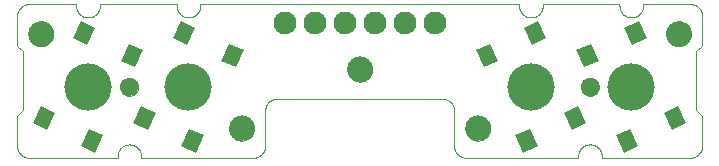
<source format=gts>
G75*
%MOIN*%
%OFA0B0*%
%FSLAX25Y25*%
%IPPOS*%
%LPD*%
%AMOC8*
5,1,8,0,0,1.08239X$1,22.5*
%
%ADD10C,0.00000*%
%ADD11C,0.08468*%
%ADD12C,0.06106*%
%ADD13C,0.07600*%
%ADD14C,0.15748*%
%ADD15R,0.05318X0.06302*%
D10*
X0007206Y0003269D02*
X0036733Y0003269D01*
X0036733Y0003761D01*
X0040670Y0007698D02*
X0040794Y0007696D01*
X0040917Y0007690D01*
X0041041Y0007681D01*
X0041163Y0007667D01*
X0041286Y0007650D01*
X0041408Y0007628D01*
X0041529Y0007603D01*
X0041649Y0007574D01*
X0041768Y0007542D01*
X0041887Y0007505D01*
X0042004Y0007465D01*
X0042119Y0007422D01*
X0042234Y0007374D01*
X0042346Y0007323D01*
X0042457Y0007269D01*
X0042567Y0007211D01*
X0042674Y0007150D01*
X0042780Y0007085D01*
X0042883Y0007017D01*
X0042984Y0006946D01*
X0043083Y0006872D01*
X0043180Y0006795D01*
X0043274Y0006714D01*
X0043365Y0006631D01*
X0043454Y0006545D01*
X0043540Y0006456D01*
X0043623Y0006365D01*
X0043704Y0006271D01*
X0043781Y0006174D01*
X0043855Y0006075D01*
X0043926Y0005974D01*
X0043994Y0005871D01*
X0044059Y0005765D01*
X0044120Y0005658D01*
X0044178Y0005548D01*
X0044232Y0005437D01*
X0044283Y0005325D01*
X0044331Y0005210D01*
X0044374Y0005095D01*
X0044414Y0004978D01*
X0044451Y0004859D01*
X0044483Y0004740D01*
X0044512Y0004620D01*
X0044537Y0004499D01*
X0044559Y0004377D01*
X0044576Y0004254D01*
X0044590Y0004132D01*
X0044599Y0004008D01*
X0044605Y0003885D01*
X0044607Y0003761D01*
X0044607Y0003269D01*
X0082009Y0003269D01*
X0082133Y0003271D01*
X0082256Y0003277D01*
X0082380Y0003286D01*
X0082502Y0003300D01*
X0082625Y0003317D01*
X0082747Y0003339D01*
X0082868Y0003364D01*
X0082988Y0003393D01*
X0083107Y0003425D01*
X0083226Y0003462D01*
X0083343Y0003502D01*
X0083458Y0003545D01*
X0083573Y0003593D01*
X0083685Y0003644D01*
X0083796Y0003698D01*
X0083906Y0003756D01*
X0084013Y0003817D01*
X0084119Y0003882D01*
X0084222Y0003950D01*
X0084323Y0004021D01*
X0084422Y0004095D01*
X0084519Y0004172D01*
X0084613Y0004253D01*
X0084704Y0004336D01*
X0084793Y0004422D01*
X0084879Y0004511D01*
X0084962Y0004602D01*
X0085043Y0004696D01*
X0085120Y0004793D01*
X0085194Y0004892D01*
X0085265Y0004993D01*
X0085333Y0005096D01*
X0085398Y0005202D01*
X0085459Y0005309D01*
X0085517Y0005419D01*
X0085571Y0005530D01*
X0085622Y0005642D01*
X0085670Y0005757D01*
X0085713Y0005872D01*
X0085753Y0005989D01*
X0085790Y0006108D01*
X0085822Y0006227D01*
X0085851Y0006347D01*
X0085876Y0006468D01*
X0085898Y0006590D01*
X0085915Y0006713D01*
X0085929Y0006835D01*
X0085938Y0006959D01*
X0085944Y0007082D01*
X0085946Y0007206D01*
X0085946Y0019017D01*
X0085948Y0019141D01*
X0085954Y0019264D01*
X0085963Y0019388D01*
X0085977Y0019510D01*
X0085994Y0019633D01*
X0086016Y0019755D01*
X0086041Y0019876D01*
X0086070Y0019996D01*
X0086102Y0020115D01*
X0086139Y0020234D01*
X0086179Y0020351D01*
X0086222Y0020466D01*
X0086270Y0020581D01*
X0086321Y0020693D01*
X0086375Y0020804D01*
X0086433Y0020914D01*
X0086494Y0021021D01*
X0086559Y0021127D01*
X0086627Y0021230D01*
X0086698Y0021331D01*
X0086772Y0021430D01*
X0086849Y0021527D01*
X0086930Y0021621D01*
X0087013Y0021712D01*
X0087099Y0021801D01*
X0087188Y0021887D01*
X0087279Y0021970D01*
X0087373Y0022051D01*
X0087470Y0022128D01*
X0087569Y0022202D01*
X0087670Y0022273D01*
X0087773Y0022341D01*
X0087879Y0022406D01*
X0087986Y0022467D01*
X0088096Y0022525D01*
X0088207Y0022579D01*
X0088319Y0022630D01*
X0088434Y0022678D01*
X0088549Y0022721D01*
X0088666Y0022761D01*
X0088785Y0022798D01*
X0088904Y0022830D01*
X0089024Y0022859D01*
X0089145Y0022884D01*
X0089267Y0022906D01*
X0089390Y0022923D01*
X0089512Y0022937D01*
X0089636Y0022946D01*
X0089759Y0022952D01*
X0089883Y0022954D01*
X0145001Y0022954D01*
X0145125Y0022952D01*
X0145248Y0022946D01*
X0145372Y0022937D01*
X0145494Y0022923D01*
X0145617Y0022906D01*
X0145739Y0022884D01*
X0145860Y0022859D01*
X0145980Y0022830D01*
X0146099Y0022798D01*
X0146218Y0022761D01*
X0146335Y0022721D01*
X0146450Y0022678D01*
X0146565Y0022630D01*
X0146677Y0022579D01*
X0146788Y0022525D01*
X0146898Y0022467D01*
X0147005Y0022406D01*
X0147111Y0022341D01*
X0147214Y0022273D01*
X0147315Y0022202D01*
X0147414Y0022128D01*
X0147511Y0022051D01*
X0147605Y0021970D01*
X0147696Y0021887D01*
X0147785Y0021801D01*
X0147871Y0021712D01*
X0147954Y0021621D01*
X0148035Y0021527D01*
X0148112Y0021430D01*
X0148186Y0021331D01*
X0148257Y0021230D01*
X0148325Y0021127D01*
X0148390Y0021021D01*
X0148451Y0020914D01*
X0148509Y0020804D01*
X0148563Y0020693D01*
X0148614Y0020581D01*
X0148662Y0020466D01*
X0148705Y0020351D01*
X0148745Y0020234D01*
X0148782Y0020115D01*
X0148814Y0019996D01*
X0148843Y0019876D01*
X0148868Y0019755D01*
X0148890Y0019633D01*
X0148907Y0019510D01*
X0148921Y0019388D01*
X0148930Y0019264D01*
X0148936Y0019141D01*
X0148938Y0019017D01*
X0148938Y0007206D01*
X0148940Y0007082D01*
X0148946Y0006959D01*
X0148955Y0006835D01*
X0148969Y0006713D01*
X0148986Y0006590D01*
X0149008Y0006468D01*
X0149033Y0006347D01*
X0149062Y0006227D01*
X0149094Y0006108D01*
X0149131Y0005989D01*
X0149171Y0005872D01*
X0149214Y0005757D01*
X0149262Y0005642D01*
X0149313Y0005530D01*
X0149367Y0005419D01*
X0149425Y0005309D01*
X0149486Y0005202D01*
X0149551Y0005096D01*
X0149619Y0004993D01*
X0149690Y0004892D01*
X0149764Y0004793D01*
X0149841Y0004696D01*
X0149922Y0004602D01*
X0150005Y0004511D01*
X0150091Y0004422D01*
X0150180Y0004336D01*
X0150271Y0004253D01*
X0150365Y0004172D01*
X0150462Y0004095D01*
X0150561Y0004021D01*
X0150662Y0003950D01*
X0150765Y0003882D01*
X0150871Y0003817D01*
X0150978Y0003756D01*
X0151088Y0003698D01*
X0151199Y0003644D01*
X0151311Y0003593D01*
X0151426Y0003545D01*
X0151541Y0003502D01*
X0151658Y0003462D01*
X0151777Y0003425D01*
X0151896Y0003393D01*
X0152016Y0003364D01*
X0152137Y0003339D01*
X0152259Y0003317D01*
X0152382Y0003300D01*
X0152504Y0003286D01*
X0152628Y0003277D01*
X0152751Y0003271D01*
X0152875Y0003269D01*
X0190276Y0003269D01*
X0190276Y0003761D01*
X0194213Y0007698D02*
X0194337Y0007696D01*
X0194460Y0007690D01*
X0194584Y0007681D01*
X0194706Y0007667D01*
X0194829Y0007650D01*
X0194951Y0007628D01*
X0195072Y0007603D01*
X0195192Y0007574D01*
X0195311Y0007542D01*
X0195430Y0007505D01*
X0195547Y0007465D01*
X0195662Y0007422D01*
X0195777Y0007374D01*
X0195889Y0007323D01*
X0196000Y0007269D01*
X0196110Y0007211D01*
X0196217Y0007150D01*
X0196323Y0007085D01*
X0196426Y0007017D01*
X0196527Y0006946D01*
X0196626Y0006872D01*
X0196723Y0006795D01*
X0196817Y0006714D01*
X0196908Y0006631D01*
X0196997Y0006545D01*
X0197083Y0006456D01*
X0197166Y0006365D01*
X0197247Y0006271D01*
X0197324Y0006174D01*
X0197398Y0006075D01*
X0197469Y0005974D01*
X0197537Y0005871D01*
X0197602Y0005765D01*
X0197663Y0005658D01*
X0197721Y0005548D01*
X0197775Y0005437D01*
X0197826Y0005325D01*
X0197874Y0005210D01*
X0197917Y0005095D01*
X0197957Y0004978D01*
X0197994Y0004859D01*
X0198026Y0004740D01*
X0198055Y0004620D01*
X0198080Y0004499D01*
X0198102Y0004377D01*
X0198119Y0004254D01*
X0198133Y0004132D01*
X0198142Y0004008D01*
X0198148Y0003885D01*
X0198150Y0003761D01*
X0198150Y0003269D01*
X0227678Y0003269D01*
X0227802Y0003271D01*
X0227925Y0003277D01*
X0228049Y0003286D01*
X0228171Y0003300D01*
X0228294Y0003317D01*
X0228416Y0003339D01*
X0228537Y0003364D01*
X0228657Y0003393D01*
X0228776Y0003425D01*
X0228895Y0003462D01*
X0229012Y0003502D01*
X0229127Y0003545D01*
X0229242Y0003593D01*
X0229354Y0003644D01*
X0229465Y0003698D01*
X0229575Y0003756D01*
X0229682Y0003817D01*
X0229788Y0003882D01*
X0229891Y0003950D01*
X0229992Y0004021D01*
X0230091Y0004095D01*
X0230188Y0004172D01*
X0230282Y0004253D01*
X0230373Y0004336D01*
X0230462Y0004422D01*
X0230548Y0004511D01*
X0230631Y0004602D01*
X0230712Y0004696D01*
X0230789Y0004793D01*
X0230863Y0004892D01*
X0230934Y0004993D01*
X0231002Y0005096D01*
X0231067Y0005202D01*
X0231128Y0005309D01*
X0231186Y0005419D01*
X0231240Y0005530D01*
X0231291Y0005642D01*
X0231339Y0005757D01*
X0231382Y0005872D01*
X0231422Y0005989D01*
X0231459Y0006108D01*
X0231491Y0006227D01*
X0231520Y0006347D01*
X0231545Y0006468D01*
X0231567Y0006590D01*
X0231584Y0006713D01*
X0231598Y0006835D01*
X0231607Y0006959D01*
X0231613Y0007082D01*
X0231615Y0007206D01*
X0231615Y0017048D01*
X0229646Y0019017D01*
X0229646Y0038702D01*
X0231615Y0040670D01*
X0231615Y0050513D01*
X0231613Y0050637D01*
X0231607Y0050760D01*
X0231598Y0050884D01*
X0231584Y0051006D01*
X0231567Y0051129D01*
X0231545Y0051251D01*
X0231520Y0051372D01*
X0231491Y0051492D01*
X0231459Y0051611D01*
X0231422Y0051730D01*
X0231382Y0051847D01*
X0231339Y0051962D01*
X0231291Y0052077D01*
X0231240Y0052189D01*
X0231186Y0052300D01*
X0231128Y0052410D01*
X0231067Y0052517D01*
X0231002Y0052623D01*
X0230934Y0052726D01*
X0230863Y0052827D01*
X0230789Y0052926D01*
X0230712Y0053023D01*
X0230631Y0053117D01*
X0230548Y0053208D01*
X0230462Y0053297D01*
X0230373Y0053383D01*
X0230282Y0053466D01*
X0230188Y0053547D01*
X0230091Y0053624D01*
X0229992Y0053698D01*
X0229891Y0053769D01*
X0229788Y0053837D01*
X0229682Y0053902D01*
X0229575Y0053963D01*
X0229465Y0054021D01*
X0229354Y0054075D01*
X0229242Y0054126D01*
X0229127Y0054174D01*
X0229012Y0054217D01*
X0228895Y0054257D01*
X0228776Y0054294D01*
X0228657Y0054326D01*
X0228537Y0054355D01*
X0228416Y0054380D01*
X0228294Y0054402D01*
X0228171Y0054419D01*
X0228049Y0054433D01*
X0227925Y0054442D01*
X0227802Y0054448D01*
X0227678Y0054450D01*
X0211930Y0054450D01*
X0211930Y0053957D01*
X0207993Y0050020D02*
X0207869Y0050022D01*
X0207746Y0050028D01*
X0207622Y0050037D01*
X0207500Y0050051D01*
X0207377Y0050068D01*
X0207255Y0050090D01*
X0207134Y0050115D01*
X0207014Y0050144D01*
X0206895Y0050176D01*
X0206776Y0050213D01*
X0206659Y0050253D01*
X0206544Y0050296D01*
X0206429Y0050344D01*
X0206317Y0050395D01*
X0206206Y0050449D01*
X0206096Y0050507D01*
X0205989Y0050568D01*
X0205883Y0050633D01*
X0205780Y0050701D01*
X0205679Y0050772D01*
X0205580Y0050846D01*
X0205483Y0050923D01*
X0205389Y0051004D01*
X0205298Y0051087D01*
X0205209Y0051173D01*
X0205123Y0051262D01*
X0205040Y0051353D01*
X0204959Y0051447D01*
X0204882Y0051544D01*
X0204808Y0051643D01*
X0204737Y0051744D01*
X0204669Y0051847D01*
X0204604Y0051953D01*
X0204543Y0052060D01*
X0204485Y0052170D01*
X0204431Y0052281D01*
X0204380Y0052393D01*
X0204332Y0052508D01*
X0204289Y0052623D01*
X0204249Y0052740D01*
X0204212Y0052859D01*
X0204180Y0052978D01*
X0204151Y0053098D01*
X0204126Y0053219D01*
X0204104Y0053341D01*
X0204087Y0053464D01*
X0204073Y0053586D01*
X0204064Y0053710D01*
X0204058Y0053833D01*
X0204056Y0053957D01*
X0204056Y0054450D01*
X0178465Y0054450D01*
X0178465Y0053957D01*
X0174528Y0050020D02*
X0174404Y0050022D01*
X0174281Y0050028D01*
X0174157Y0050037D01*
X0174035Y0050051D01*
X0173912Y0050068D01*
X0173790Y0050090D01*
X0173669Y0050115D01*
X0173549Y0050144D01*
X0173430Y0050176D01*
X0173311Y0050213D01*
X0173194Y0050253D01*
X0173079Y0050296D01*
X0172964Y0050344D01*
X0172852Y0050395D01*
X0172741Y0050449D01*
X0172631Y0050507D01*
X0172524Y0050568D01*
X0172418Y0050633D01*
X0172315Y0050701D01*
X0172214Y0050772D01*
X0172115Y0050846D01*
X0172018Y0050923D01*
X0171924Y0051004D01*
X0171833Y0051087D01*
X0171744Y0051173D01*
X0171658Y0051262D01*
X0171575Y0051353D01*
X0171494Y0051447D01*
X0171417Y0051544D01*
X0171343Y0051643D01*
X0171272Y0051744D01*
X0171204Y0051847D01*
X0171139Y0051953D01*
X0171078Y0052060D01*
X0171020Y0052170D01*
X0170966Y0052281D01*
X0170915Y0052393D01*
X0170867Y0052508D01*
X0170824Y0052623D01*
X0170784Y0052740D01*
X0170747Y0052859D01*
X0170715Y0052978D01*
X0170686Y0053098D01*
X0170661Y0053219D01*
X0170639Y0053341D01*
X0170622Y0053464D01*
X0170608Y0053586D01*
X0170599Y0053710D01*
X0170593Y0053833D01*
X0170591Y0053957D01*
X0170591Y0054450D01*
X0064292Y0054450D01*
X0064292Y0053957D01*
X0060355Y0050020D02*
X0060231Y0050022D01*
X0060108Y0050028D01*
X0059984Y0050037D01*
X0059862Y0050051D01*
X0059739Y0050068D01*
X0059617Y0050090D01*
X0059496Y0050115D01*
X0059376Y0050144D01*
X0059257Y0050176D01*
X0059138Y0050213D01*
X0059021Y0050253D01*
X0058906Y0050296D01*
X0058791Y0050344D01*
X0058679Y0050395D01*
X0058568Y0050449D01*
X0058458Y0050507D01*
X0058351Y0050568D01*
X0058245Y0050633D01*
X0058142Y0050701D01*
X0058041Y0050772D01*
X0057942Y0050846D01*
X0057845Y0050923D01*
X0057751Y0051004D01*
X0057660Y0051087D01*
X0057571Y0051173D01*
X0057485Y0051262D01*
X0057402Y0051353D01*
X0057321Y0051447D01*
X0057244Y0051544D01*
X0057170Y0051643D01*
X0057099Y0051744D01*
X0057031Y0051847D01*
X0056966Y0051953D01*
X0056905Y0052060D01*
X0056847Y0052170D01*
X0056793Y0052281D01*
X0056742Y0052393D01*
X0056694Y0052508D01*
X0056651Y0052623D01*
X0056611Y0052740D01*
X0056574Y0052859D01*
X0056542Y0052978D01*
X0056513Y0053098D01*
X0056488Y0053219D01*
X0056466Y0053341D01*
X0056449Y0053464D01*
X0056435Y0053586D01*
X0056426Y0053710D01*
X0056420Y0053833D01*
X0056418Y0053957D01*
X0056418Y0054450D01*
X0030828Y0054450D01*
X0030828Y0053957D01*
X0026891Y0050020D02*
X0026767Y0050022D01*
X0026644Y0050028D01*
X0026520Y0050037D01*
X0026398Y0050051D01*
X0026275Y0050068D01*
X0026153Y0050090D01*
X0026032Y0050115D01*
X0025912Y0050144D01*
X0025793Y0050176D01*
X0025674Y0050213D01*
X0025557Y0050253D01*
X0025442Y0050296D01*
X0025327Y0050344D01*
X0025215Y0050395D01*
X0025104Y0050449D01*
X0024994Y0050507D01*
X0024887Y0050568D01*
X0024781Y0050633D01*
X0024678Y0050701D01*
X0024577Y0050772D01*
X0024478Y0050846D01*
X0024381Y0050923D01*
X0024287Y0051004D01*
X0024196Y0051087D01*
X0024107Y0051173D01*
X0024021Y0051262D01*
X0023938Y0051353D01*
X0023857Y0051447D01*
X0023780Y0051544D01*
X0023706Y0051643D01*
X0023635Y0051744D01*
X0023567Y0051847D01*
X0023502Y0051953D01*
X0023441Y0052060D01*
X0023383Y0052170D01*
X0023329Y0052281D01*
X0023278Y0052393D01*
X0023230Y0052508D01*
X0023187Y0052623D01*
X0023147Y0052740D01*
X0023110Y0052859D01*
X0023078Y0052978D01*
X0023049Y0053098D01*
X0023024Y0053219D01*
X0023002Y0053341D01*
X0022985Y0053464D01*
X0022971Y0053586D01*
X0022962Y0053710D01*
X0022956Y0053833D01*
X0022954Y0053957D01*
X0022954Y0054450D01*
X0007206Y0054450D01*
X0007082Y0054448D01*
X0006959Y0054442D01*
X0006835Y0054433D01*
X0006713Y0054419D01*
X0006590Y0054402D01*
X0006468Y0054380D01*
X0006347Y0054355D01*
X0006227Y0054326D01*
X0006108Y0054294D01*
X0005989Y0054257D01*
X0005872Y0054217D01*
X0005757Y0054174D01*
X0005642Y0054126D01*
X0005530Y0054075D01*
X0005419Y0054021D01*
X0005309Y0053963D01*
X0005202Y0053902D01*
X0005096Y0053837D01*
X0004993Y0053769D01*
X0004892Y0053698D01*
X0004793Y0053624D01*
X0004696Y0053547D01*
X0004602Y0053466D01*
X0004511Y0053383D01*
X0004422Y0053297D01*
X0004336Y0053208D01*
X0004253Y0053117D01*
X0004172Y0053023D01*
X0004095Y0052926D01*
X0004021Y0052827D01*
X0003950Y0052726D01*
X0003882Y0052623D01*
X0003817Y0052517D01*
X0003756Y0052410D01*
X0003698Y0052300D01*
X0003644Y0052189D01*
X0003593Y0052077D01*
X0003545Y0051962D01*
X0003502Y0051847D01*
X0003462Y0051730D01*
X0003425Y0051611D01*
X0003393Y0051492D01*
X0003364Y0051372D01*
X0003339Y0051251D01*
X0003317Y0051129D01*
X0003300Y0051006D01*
X0003286Y0050884D01*
X0003277Y0050760D01*
X0003271Y0050637D01*
X0003269Y0050513D01*
X0003269Y0040670D01*
X0005237Y0038702D01*
X0005237Y0019017D01*
X0003269Y0017048D01*
X0003269Y0007206D01*
X0003271Y0007082D01*
X0003277Y0006959D01*
X0003286Y0006835D01*
X0003300Y0006713D01*
X0003317Y0006590D01*
X0003339Y0006468D01*
X0003364Y0006347D01*
X0003393Y0006227D01*
X0003425Y0006108D01*
X0003462Y0005989D01*
X0003502Y0005872D01*
X0003545Y0005757D01*
X0003593Y0005642D01*
X0003644Y0005530D01*
X0003698Y0005419D01*
X0003756Y0005309D01*
X0003817Y0005202D01*
X0003882Y0005096D01*
X0003950Y0004993D01*
X0004021Y0004892D01*
X0004095Y0004793D01*
X0004172Y0004696D01*
X0004253Y0004602D01*
X0004336Y0004511D01*
X0004422Y0004422D01*
X0004511Y0004336D01*
X0004602Y0004253D01*
X0004696Y0004172D01*
X0004793Y0004095D01*
X0004892Y0004021D01*
X0004993Y0003950D01*
X0005096Y0003882D01*
X0005202Y0003817D01*
X0005309Y0003756D01*
X0005419Y0003698D01*
X0005530Y0003644D01*
X0005642Y0003593D01*
X0005757Y0003545D01*
X0005872Y0003502D01*
X0005989Y0003462D01*
X0006108Y0003425D01*
X0006227Y0003393D01*
X0006347Y0003364D01*
X0006468Y0003339D01*
X0006590Y0003317D01*
X0006713Y0003300D01*
X0006835Y0003286D01*
X0006959Y0003277D01*
X0007082Y0003271D01*
X0007206Y0003269D01*
X0036733Y0003761D02*
X0036735Y0003885D01*
X0036741Y0004008D01*
X0036750Y0004132D01*
X0036764Y0004254D01*
X0036781Y0004377D01*
X0036803Y0004499D01*
X0036828Y0004620D01*
X0036857Y0004740D01*
X0036889Y0004859D01*
X0036926Y0004978D01*
X0036966Y0005095D01*
X0037009Y0005210D01*
X0037057Y0005325D01*
X0037108Y0005437D01*
X0037162Y0005548D01*
X0037220Y0005658D01*
X0037281Y0005765D01*
X0037346Y0005871D01*
X0037414Y0005974D01*
X0037485Y0006075D01*
X0037559Y0006174D01*
X0037636Y0006271D01*
X0037717Y0006365D01*
X0037800Y0006456D01*
X0037886Y0006545D01*
X0037975Y0006631D01*
X0038066Y0006714D01*
X0038160Y0006795D01*
X0038257Y0006872D01*
X0038356Y0006946D01*
X0038457Y0007017D01*
X0038560Y0007085D01*
X0038666Y0007150D01*
X0038773Y0007211D01*
X0038883Y0007269D01*
X0038994Y0007323D01*
X0039106Y0007374D01*
X0039221Y0007422D01*
X0039336Y0007465D01*
X0039453Y0007505D01*
X0039572Y0007542D01*
X0039691Y0007574D01*
X0039811Y0007603D01*
X0039932Y0007628D01*
X0040054Y0007650D01*
X0040177Y0007667D01*
X0040299Y0007681D01*
X0040423Y0007690D01*
X0040546Y0007696D01*
X0040670Y0007698D01*
X0073938Y0013111D02*
X0073940Y0013239D01*
X0073946Y0013367D01*
X0073956Y0013494D01*
X0073970Y0013622D01*
X0073987Y0013748D01*
X0074009Y0013874D01*
X0074035Y0014000D01*
X0074064Y0014124D01*
X0074097Y0014248D01*
X0074134Y0014370D01*
X0074175Y0014491D01*
X0074220Y0014611D01*
X0074268Y0014730D01*
X0074320Y0014847D01*
X0074376Y0014962D01*
X0074435Y0015076D01*
X0074497Y0015187D01*
X0074563Y0015297D01*
X0074632Y0015404D01*
X0074705Y0015510D01*
X0074781Y0015613D01*
X0074860Y0015713D01*
X0074942Y0015812D01*
X0075027Y0015907D01*
X0075115Y0016000D01*
X0075206Y0016090D01*
X0075299Y0016177D01*
X0075396Y0016262D01*
X0075494Y0016343D01*
X0075596Y0016421D01*
X0075699Y0016496D01*
X0075805Y0016568D01*
X0075913Y0016637D01*
X0076023Y0016702D01*
X0076136Y0016763D01*
X0076250Y0016822D01*
X0076365Y0016876D01*
X0076483Y0016927D01*
X0076601Y0016975D01*
X0076722Y0017018D01*
X0076843Y0017058D01*
X0076966Y0017094D01*
X0077090Y0017127D01*
X0077215Y0017155D01*
X0077340Y0017180D01*
X0077466Y0017200D01*
X0077593Y0017217D01*
X0077721Y0017230D01*
X0077848Y0017239D01*
X0077976Y0017244D01*
X0078104Y0017245D01*
X0078232Y0017242D01*
X0078360Y0017235D01*
X0078487Y0017224D01*
X0078614Y0017209D01*
X0078741Y0017191D01*
X0078867Y0017168D01*
X0078992Y0017141D01*
X0079116Y0017111D01*
X0079239Y0017077D01*
X0079362Y0017039D01*
X0079483Y0016997D01*
X0079602Y0016951D01*
X0079720Y0016902D01*
X0079837Y0016849D01*
X0079952Y0016793D01*
X0080065Y0016733D01*
X0080176Y0016670D01*
X0080285Y0016603D01*
X0080392Y0016533D01*
X0080497Y0016459D01*
X0080599Y0016383D01*
X0080699Y0016303D01*
X0080797Y0016220D01*
X0080892Y0016134D01*
X0080984Y0016045D01*
X0081073Y0015954D01*
X0081160Y0015860D01*
X0081243Y0015763D01*
X0081324Y0015663D01*
X0081401Y0015562D01*
X0081476Y0015457D01*
X0081547Y0015351D01*
X0081614Y0015242D01*
X0081679Y0015132D01*
X0081739Y0015019D01*
X0081797Y0014905D01*
X0081850Y0014789D01*
X0081900Y0014671D01*
X0081947Y0014552D01*
X0081990Y0014431D01*
X0082029Y0014309D01*
X0082064Y0014186D01*
X0082095Y0014062D01*
X0082123Y0013937D01*
X0082146Y0013811D01*
X0082166Y0013685D01*
X0082182Y0013558D01*
X0082194Y0013431D01*
X0082202Y0013303D01*
X0082206Y0013175D01*
X0082206Y0013047D01*
X0082202Y0012919D01*
X0082194Y0012791D01*
X0082182Y0012664D01*
X0082166Y0012537D01*
X0082146Y0012411D01*
X0082123Y0012285D01*
X0082095Y0012160D01*
X0082064Y0012036D01*
X0082029Y0011913D01*
X0081990Y0011791D01*
X0081947Y0011670D01*
X0081900Y0011551D01*
X0081850Y0011433D01*
X0081797Y0011317D01*
X0081739Y0011203D01*
X0081679Y0011090D01*
X0081614Y0010980D01*
X0081547Y0010871D01*
X0081476Y0010765D01*
X0081401Y0010660D01*
X0081324Y0010559D01*
X0081243Y0010459D01*
X0081160Y0010362D01*
X0081073Y0010268D01*
X0080984Y0010177D01*
X0080892Y0010088D01*
X0080797Y0010002D01*
X0080699Y0009919D01*
X0080599Y0009839D01*
X0080497Y0009763D01*
X0080392Y0009689D01*
X0080285Y0009619D01*
X0080176Y0009552D01*
X0080065Y0009489D01*
X0079952Y0009429D01*
X0079837Y0009373D01*
X0079720Y0009320D01*
X0079602Y0009271D01*
X0079483Y0009225D01*
X0079362Y0009183D01*
X0079239Y0009145D01*
X0079116Y0009111D01*
X0078992Y0009081D01*
X0078867Y0009054D01*
X0078741Y0009031D01*
X0078614Y0009013D01*
X0078487Y0008998D01*
X0078360Y0008987D01*
X0078232Y0008980D01*
X0078104Y0008977D01*
X0077976Y0008978D01*
X0077848Y0008983D01*
X0077721Y0008992D01*
X0077593Y0009005D01*
X0077466Y0009022D01*
X0077340Y0009042D01*
X0077215Y0009067D01*
X0077090Y0009095D01*
X0076966Y0009128D01*
X0076843Y0009164D01*
X0076722Y0009204D01*
X0076601Y0009247D01*
X0076483Y0009295D01*
X0076365Y0009346D01*
X0076250Y0009400D01*
X0076136Y0009459D01*
X0076023Y0009520D01*
X0075913Y0009585D01*
X0075805Y0009654D01*
X0075699Y0009726D01*
X0075596Y0009801D01*
X0075494Y0009879D01*
X0075396Y0009960D01*
X0075299Y0010045D01*
X0075206Y0010132D01*
X0075115Y0010222D01*
X0075027Y0010315D01*
X0074942Y0010410D01*
X0074860Y0010509D01*
X0074781Y0010609D01*
X0074705Y0010712D01*
X0074632Y0010818D01*
X0074563Y0010925D01*
X0074497Y0011035D01*
X0074435Y0011146D01*
X0074376Y0011260D01*
X0074320Y0011375D01*
X0074268Y0011492D01*
X0074220Y0011611D01*
X0074175Y0011731D01*
X0074134Y0011852D01*
X0074097Y0011974D01*
X0074064Y0012098D01*
X0074035Y0012222D01*
X0074009Y0012348D01*
X0073987Y0012474D01*
X0073970Y0012600D01*
X0073956Y0012728D01*
X0073946Y0012855D01*
X0073940Y0012983D01*
X0073938Y0013111D01*
X0037717Y0026891D02*
X0037719Y0026999D01*
X0037725Y0027108D01*
X0037735Y0027216D01*
X0037749Y0027323D01*
X0037767Y0027430D01*
X0037788Y0027537D01*
X0037814Y0027642D01*
X0037844Y0027747D01*
X0037877Y0027850D01*
X0037914Y0027952D01*
X0037955Y0028052D01*
X0037999Y0028151D01*
X0038048Y0028249D01*
X0038099Y0028344D01*
X0038154Y0028437D01*
X0038213Y0028529D01*
X0038275Y0028618D01*
X0038340Y0028705D01*
X0038408Y0028789D01*
X0038479Y0028871D01*
X0038553Y0028950D01*
X0038630Y0029026D01*
X0038710Y0029100D01*
X0038793Y0029170D01*
X0038878Y0029238D01*
X0038965Y0029302D01*
X0039055Y0029363D01*
X0039147Y0029421D01*
X0039241Y0029475D01*
X0039337Y0029526D01*
X0039434Y0029573D01*
X0039534Y0029617D01*
X0039635Y0029657D01*
X0039737Y0029693D01*
X0039840Y0029725D01*
X0039945Y0029754D01*
X0040051Y0029778D01*
X0040157Y0029799D01*
X0040264Y0029816D01*
X0040372Y0029829D01*
X0040480Y0029838D01*
X0040589Y0029843D01*
X0040697Y0029844D01*
X0040806Y0029841D01*
X0040914Y0029834D01*
X0041022Y0029823D01*
X0041129Y0029808D01*
X0041236Y0029789D01*
X0041342Y0029766D01*
X0041447Y0029740D01*
X0041552Y0029709D01*
X0041654Y0029675D01*
X0041756Y0029637D01*
X0041856Y0029595D01*
X0041955Y0029550D01*
X0042052Y0029501D01*
X0042146Y0029448D01*
X0042239Y0029392D01*
X0042330Y0029333D01*
X0042419Y0029270D01*
X0042505Y0029205D01*
X0042589Y0029136D01*
X0042670Y0029064D01*
X0042748Y0028989D01*
X0042824Y0028911D01*
X0042897Y0028830D01*
X0042967Y0028747D01*
X0043033Y0028662D01*
X0043097Y0028574D01*
X0043157Y0028483D01*
X0043214Y0028391D01*
X0043267Y0028296D01*
X0043317Y0028200D01*
X0043363Y0028102D01*
X0043406Y0028002D01*
X0043445Y0027901D01*
X0043480Y0027798D01*
X0043512Y0027695D01*
X0043539Y0027590D01*
X0043563Y0027484D01*
X0043583Y0027377D01*
X0043599Y0027270D01*
X0043611Y0027162D01*
X0043619Y0027054D01*
X0043623Y0026945D01*
X0043623Y0026837D01*
X0043619Y0026728D01*
X0043611Y0026620D01*
X0043599Y0026512D01*
X0043583Y0026405D01*
X0043563Y0026298D01*
X0043539Y0026192D01*
X0043512Y0026087D01*
X0043480Y0025984D01*
X0043445Y0025881D01*
X0043406Y0025780D01*
X0043363Y0025680D01*
X0043317Y0025582D01*
X0043267Y0025486D01*
X0043214Y0025391D01*
X0043157Y0025299D01*
X0043097Y0025208D01*
X0043033Y0025120D01*
X0042967Y0025035D01*
X0042897Y0024952D01*
X0042824Y0024871D01*
X0042748Y0024793D01*
X0042670Y0024718D01*
X0042589Y0024646D01*
X0042505Y0024577D01*
X0042419Y0024512D01*
X0042330Y0024449D01*
X0042239Y0024390D01*
X0042147Y0024334D01*
X0042052Y0024281D01*
X0041955Y0024232D01*
X0041856Y0024187D01*
X0041756Y0024145D01*
X0041654Y0024107D01*
X0041552Y0024073D01*
X0041447Y0024042D01*
X0041342Y0024016D01*
X0041236Y0023993D01*
X0041129Y0023974D01*
X0041022Y0023959D01*
X0040914Y0023948D01*
X0040806Y0023941D01*
X0040697Y0023938D01*
X0040589Y0023939D01*
X0040480Y0023944D01*
X0040372Y0023953D01*
X0040264Y0023966D01*
X0040157Y0023983D01*
X0040051Y0024004D01*
X0039945Y0024028D01*
X0039840Y0024057D01*
X0039737Y0024089D01*
X0039635Y0024125D01*
X0039534Y0024165D01*
X0039434Y0024209D01*
X0039337Y0024256D01*
X0039241Y0024307D01*
X0039147Y0024361D01*
X0039055Y0024419D01*
X0038965Y0024480D01*
X0038878Y0024544D01*
X0038793Y0024612D01*
X0038710Y0024682D01*
X0038630Y0024756D01*
X0038553Y0024832D01*
X0038479Y0024911D01*
X0038408Y0024993D01*
X0038340Y0025077D01*
X0038275Y0025164D01*
X0038213Y0025253D01*
X0038154Y0025345D01*
X0038099Y0025438D01*
X0038048Y0025533D01*
X0037999Y0025631D01*
X0037955Y0025730D01*
X0037914Y0025830D01*
X0037877Y0025932D01*
X0037844Y0026035D01*
X0037814Y0026140D01*
X0037788Y0026245D01*
X0037767Y0026352D01*
X0037749Y0026459D01*
X0037735Y0026566D01*
X0037725Y0026674D01*
X0037719Y0026783D01*
X0037717Y0026891D01*
X0007009Y0044607D02*
X0007011Y0044735D01*
X0007017Y0044863D01*
X0007027Y0044990D01*
X0007041Y0045118D01*
X0007058Y0045244D01*
X0007080Y0045370D01*
X0007106Y0045496D01*
X0007135Y0045620D01*
X0007168Y0045744D01*
X0007205Y0045866D01*
X0007246Y0045987D01*
X0007291Y0046107D01*
X0007339Y0046226D01*
X0007391Y0046343D01*
X0007447Y0046458D01*
X0007506Y0046572D01*
X0007568Y0046683D01*
X0007634Y0046793D01*
X0007703Y0046900D01*
X0007776Y0047006D01*
X0007852Y0047109D01*
X0007931Y0047209D01*
X0008013Y0047308D01*
X0008098Y0047403D01*
X0008186Y0047496D01*
X0008277Y0047586D01*
X0008370Y0047673D01*
X0008467Y0047758D01*
X0008565Y0047839D01*
X0008667Y0047917D01*
X0008770Y0047992D01*
X0008876Y0048064D01*
X0008984Y0048133D01*
X0009094Y0048198D01*
X0009207Y0048259D01*
X0009321Y0048318D01*
X0009436Y0048372D01*
X0009554Y0048423D01*
X0009672Y0048471D01*
X0009793Y0048514D01*
X0009914Y0048554D01*
X0010037Y0048590D01*
X0010161Y0048623D01*
X0010286Y0048651D01*
X0010411Y0048676D01*
X0010537Y0048696D01*
X0010664Y0048713D01*
X0010792Y0048726D01*
X0010919Y0048735D01*
X0011047Y0048740D01*
X0011175Y0048741D01*
X0011303Y0048738D01*
X0011431Y0048731D01*
X0011558Y0048720D01*
X0011685Y0048705D01*
X0011812Y0048687D01*
X0011938Y0048664D01*
X0012063Y0048637D01*
X0012187Y0048607D01*
X0012310Y0048573D01*
X0012433Y0048535D01*
X0012554Y0048493D01*
X0012673Y0048447D01*
X0012791Y0048398D01*
X0012908Y0048345D01*
X0013023Y0048289D01*
X0013136Y0048229D01*
X0013247Y0048166D01*
X0013356Y0048099D01*
X0013463Y0048029D01*
X0013568Y0047955D01*
X0013670Y0047879D01*
X0013770Y0047799D01*
X0013868Y0047716D01*
X0013963Y0047630D01*
X0014055Y0047541D01*
X0014144Y0047450D01*
X0014231Y0047356D01*
X0014314Y0047259D01*
X0014395Y0047159D01*
X0014472Y0047058D01*
X0014547Y0046953D01*
X0014618Y0046847D01*
X0014685Y0046738D01*
X0014750Y0046628D01*
X0014810Y0046515D01*
X0014868Y0046401D01*
X0014921Y0046285D01*
X0014971Y0046167D01*
X0015018Y0046048D01*
X0015061Y0045927D01*
X0015100Y0045805D01*
X0015135Y0045682D01*
X0015166Y0045558D01*
X0015194Y0045433D01*
X0015217Y0045307D01*
X0015237Y0045181D01*
X0015253Y0045054D01*
X0015265Y0044927D01*
X0015273Y0044799D01*
X0015277Y0044671D01*
X0015277Y0044543D01*
X0015273Y0044415D01*
X0015265Y0044287D01*
X0015253Y0044160D01*
X0015237Y0044033D01*
X0015217Y0043907D01*
X0015194Y0043781D01*
X0015166Y0043656D01*
X0015135Y0043532D01*
X0015100Y0043409D01*
X0015061Y0043287D01*
X0015018Y0043166D01*
X0014971Y0043047D01*
X0014921Y0042929D01*
X0014868Y0042813D01*
X0014810Y0042699D01*
X0014750Y0042586D01*
X0014685Y0042476D01*
X0014618Y0042367D01*
X0014547Y0042261D01*
X0014472Y0042156D01*
X0014395Y0042055D01*
X0014314Y0041955D01*
X0014231Y0041858D01*
X0014144Y0041764D01*
X0014055Y0041673D01*
X0013963Y0041584D01*
X0013868Y0041498D01*
X0013770Y0041415D01*
X0013670Y0041335D01*
X0013568Y0041259D01*
X0013463Y0041185D01*
X0013356Y0041115D01*
X0013247Y0041048D01*
X0013136Y0040985D01*
X0013023Y0040925D01*
X0012908Y0040869D01*
X0012791Y0040816D01*
X0012673Y0040767D01*
X0012554Y0040721D01*
X0012433Y0040679D01*
X0012310Y0040641D01*
X0012187Y0040607D01*
X0012063Y0040577D01*
X0011938Y0040550D01*
X0011812Y0040527D01*
X0011685Y0040509D01*
X0011558Y0040494D01*
X0011431Y0040483D01*
X0011303Y0040476D01*
X0011175Y0040473D01*
X0011047Y0040474D01*
X0010919Y0040479D01*
X0010792Y0040488D01*
X0010664Y0040501D01*
X0010537Y0040518D01*
X0010411Y0040538D01*
X0010286Y0040563D01*
X0010161Y0040591D01*
X0010037Y0040624D01*
X0009914Y0040660D01*
X0009793Y0040700D01*
X0009672Y0040743D01*
X0009554Y0040791D01*
X0009436Y0040842D01*
X0009321Y0040896D01*
X0009207Y0040955D01*
X0009094Y0041016D01*
X0008984Y0041081D01*
X0008876Y0041150D01*
X0008770Y0041222D01*
X0008667Y0041297D01*
X0008565Y0041375D01*
X0008467Y0041456D01*
X0008370Y0041541D01*
X0008277Y0041628D01*
X0008186Y0041718D01*
X0008098Y0041811D01*
X0008013Y0041906D01*
X0007931Y0042005D01*
X0007852Y0042105D01*
X0007776Y0042208D01*
X0007703Y0042314D01*
X0007634Y0042421D01*
X0007568Y0042531D01*
X0007506Y0042642D01*
X0007447Y0042756D01*
X0007391Y0042871D01*
X0007339Y0042988D01*
X0007291Y0043107D01*
X0007246Y0043227D01*
X0007205Y0043348D01*
X0007168Y0043470D01*
X0007135Y0043594D01*
X0007106Y0043718D01*
X0007080Y0043844D01*
X0007058Y0043970D01*
X0007041Y0044096D01*
X0007027Y0044224D01*
X0007017Y0044351D01*
X0007011Y0044479D01*
X0007009Y0044607D01*
X0026891Y0050020D02*
X0027015Y0050022D01*
X0027138Y0050028D01*
X0027262Y0050037D01*
X0027384Y0050051D01*
X0027507Y0050068D01*
X0027629Y0050090D01*
X0027750Y0050115D01*
X0027870Y0050144D01*
X0027989Y0050176D01*
X0028108Y0050213D01*
X0028225Y0050253D01*
X0028340Y0050296D01*
X0028455Y0050344D01*
X0028567Y0050395D01*
X0028678Y0050449D01*
X0028788Y0050507D01*
X0028895Y0050568D01*
X0029001Y0050633D01*
X0029104Y0050701D01*
X0029205Y0050772D01*
X0029304Y0050846D01*
X0029401Y0050923D01*
X0029495Y0051004D01*
X0029586Y0051087D01*
X0029675Y0051173D01*
X0029761Y0051262D01*
X0029844Y0051353D01*
X0029925Y0051447D01*
X0030002Y0051544D01*
X0030076Y0051643D01*
X0030147Y0051744D01*
X0030215Y0051847D01*
X0030280Y0051953D01*
X0030341Y0052060D01*
X0030399Y0052170D01*
X0030453Y0052281D01*
X0030504Y0052393D01*
X0030552Y0052508D01*
X0030595Y0052623D01*
X0030635Y0052740D01*
X0030672Y0052859D01*
X0030704Y0052978D01*
X0030733Y0053098D01*
X0030758Y0053219D01*
X0030780Y0053341D01*
X0030797Y0053464D01*
X0030811Y0053586D01*
X0030820Y0053710D01*
X0030826Y0053833D01*
X0030828Y0053957D01*
X0060355Y0050020D02*
X0060479Y0050022D01*
X0060602Y0050028D01*
X0060726Y0050037D01*
X0060848Y0050051D01*
X0060971Y0050068D01*
X0061093Y0050090D01*
X0061214Y0050115D01*
X0061334Y0050144D01*
X0061453Y0050176D01*
X0061572Y0050213D01*
X0061689Y0050253D01*
X0061804Y0050296D01*
X0061919Y0050344D01*
X0062031Y0050395D01*
X0062142Y0050449D01*
X0062252Y0050507D01*
X0062359Y0050568D01*
X0062465Y0050633D01*
X0062568Y0050701D01*
X0062669Y0050772D01*
X0062768Y0050846D01*
X0062865Y0050923D01*
X0062959Y0051004D01*
X0063050Y0051087D01*
X0063139Y0051173D01*
X0063225Y0051262D01*
X0063308Y0051353D01*
X0063389Y0051447D01*
X0063466Y0051544D01*
X0063540Y0051643D01*
X0063611Y0051744D01*
X0063679Y0051847D01*
X0063744Y0051953D01*
X0063805Y0052060D01*
X0063863Y0052170D01*
X0063917Y0052281D01*
X0063968Y0052393D01*
X0064016Y0052508D01*
X0064059Y0052623D01*
X0064099Y0052740D01*
X0064136Y0052859D01*
X0064168Y0052978D01*
X0064197Y0053098D01*
X0064222Y0053219D01*
X0064244Y0053341D01*
X0064261Y0053464D01*
X0064275Y0053586D01*
X0064284Y0053710D01*
X0064290Y0053833D01*
X0064292Y0053957D01*
X0113308Y0032796D02*
X0113310Y0032924D01*
X0113316Y0033052D01*
X0113326Y0033179D01*
X0113340Y0033307D01*
X0113357Y0033433D01*
X0113379Y0033559D01*
X0113405Y0033685D01*
X0113434Y0033809D01*
X0113467Y0033933D01*
X0113504Y0034055D01*
X0113545Y0034176D01*
X0113590Y0034296D01*
X0113638Y0034415D01*
X0113690Y0034532D01*
X0113746Y0034647D01*
X0113805Y0034761D01*
X0113867Y0034872D01*
X0113933Y0034982D01*
X0114002Y0035089D01*
X0114075Y0035195D01*
X0114151Y0035298D01*
X0114230Y0035398D01*
X0114312Y0035497D01*
X0114397Y0035592D01*
X0114485Y0035685D01*
X0114576Y0035775D01*
X0114669Y0035862D01*
X0114766Y0035947D01*
X0114864Y0036028D01*
X0114966Y0036106D01*
X0115069Y0036181D01*
X0115175Y0036253D01*
X0115283Y0036322D01*
X0115393Y0036387D01*
X0115506Y0036448D01*
X0115620Y0036507D01*
X0115735Y0036561D01*
X0115853Y0036612D01*
X0115971Y0036660D01*
X0116092Y0036703D01*
X0116213Y0036743D01*
X0116336Y0036779D01*
X0116460Y0036812D01*
X0116585Y0036840D01*
X0116710Y0036865D01*
X0116836Y0036885D01*
X0116963Y0036902D01*
X0117091Y0036915D01*
X0117218Y0036924D01*
X0117346Y0036929D01*
X0117474Y0036930D01*
X0117602Y0036927D01*
X0117730Y0036920D01*
X0117857Y0036909D01*
X0117984Y0036894D01*
X0118111Y0036876D01*
X0118237Y0036853D01*
X0118362Y0036826D01*
X0118486Y0036796D01*
X0118609Y0036762D01*
X0118732Y0036724D01*
X0118853Y0036682D01*
X0118972Y0036636D01*
X0119090Y0036587D01*
X0119207Y0036534D01*
X0119322Y0036478D01*
X0119435Y0036418D01*
X0119546Y0036355D01*
X0119655Y0036288D01*
X0119762Y0036218D01*
X0119867Y0036144D01*
X0119969Y0036068D01*
X0120069Y0035988D01*
X0120167Y0035905D01*
X0120262Y0035819D01*
X0120354Y0035730D01*
X0120443Y0035639D01*
X0120530Y0035545D01*
X0120613Y0035448D01*
X0120694Y0035348D01*
X0120771Y0035247D01*
X0120846Y0035142D01*
X0120917Y0035036D01*
X0120984Y0034927D01*
X0121049Y0034817D01*
X0121109Y0034704D01*
X0121167Y0034590D01*
X0121220Y0034474D01*
X0121270Y0034356D01*
X0121317Y0034237D01*
X0121360Y0034116D01*
X0121399Y0033994D01*
X0121434Y0033871D01*
X0121465Y0033747D01*
X0121493Y0033622D01*
X0121516Y0033496D01*
X0121536Y0033370D01*
X0121552Y0033243D01*
X0121564Y0033116D01*
X0121572Y0032988D01*
X0121576Y0032860D01*
X0121576Y0032732D01*
X0121572Y0032604D01*
X0121564Y0032476D01*
X0121552Y0032349D01*
X0121536Y0032222D01*
X0121516Y0032096D01*
X0121493Y0031970D01*
X0121465Y0031845D01*
X0121434Y0031721D01*
X0121399Y0031598D01*
X0121360Y0031476D01*
X0121317Y0031355D01*
X0121270Y0031236D01*
X0121220Y0031118D01*
X0121167Y0031002D01*
X0121109Y0030888D01*
X0121049Y0030775D01*
X0120984Y0030665D01*
X0120917Y0030556D01*
X0120846Y0030450D01*
X0120771Y0030345D01*
X0120694Y0030244D01*
X0120613Y0030144D01*
X0120530Y0030047D01*
X0120443Y0029953D01*
X0120354Y0029862D01*
X0120262Y0029773D01*
X0120167Y0029687D01*
X0120069Y0029604D01*
X0119969Y0029524D01*
X0119867Y0029448D01*
X0119762Y0029374D01*
X0119655Y0029304D01*
X0119546Y0029237D01*
X0119435Y0029174D01*
X0119322Y0029114D01*
X0119207Y0029058D01*
X0119090Y0029005D01*
X0118972Y0028956D01*
X0118853Y0028910D01*
X0118732Y0028868D01*
X0118609Y0028830D01*
X0118486Y0028796D01*
X0118362Y0028766D01*
X0118237Y0028739D01*
X0118111Y0028716D01*
X0117984Y0028698D01*
X0117857Y0028683D01*
X0117730Y0028672D01*
X0117602Y0028665D01*
X0117474Y0028662D01*
X0117346Y0028663D01*
X0117218Y0028668D01*
X0117091Y0028677D01*
X0116963Y0028690D01*
X0116836Y0028707D01*
X0116710Y0028727D01*
X0116585Y0028752D01*
X0116460Y0028780D01*
X0116336Y0028813D01*
X0116213Y0028849D01*
X0116092Y0028889D01*
X0115971Y0028932D01*
X0115853Y0028980D01*
X0115735Y0029031D01*
X0115620Y0029085D01*
X0115506Y0029144D01*
X0115393Y0029205D01*
X0115283Y0029270D01*
X0115175Y0029339D01*
X0115069Y0029411D01*
X0114966Y0029486D01*
X0114864Y0029564D01*
X0114766Y0029645D01*
X0114669Y0029730D01*
X0114576Y0029817D01*
X0114485Y0029907D01*
X0114397Y0030000D01*
X0114312Y0030095D01*
X0114230Y0030194D01*
X0114151Y0030294D01*
X0114075Y0030397D01*
X0114002Y0030503D01*
X0113933Y0030610D01*
X0113867Y0030720D01*
X0113805Y0030831D01*
X0113746Y0030945D01*
X0113690Y0031060D01*
X0113638Y0031177D01*
X0113590Y0031296D01*
X0113545Y0031416D01*
X0113504Y0031537D01*
X0113467Y0031659D01*
X0113434Y0031783D01*
X0113405Y0031907D01*
X0113379Y0032033D01*
X0113357Y0032159D01*
X0113340Y0032285D01*
X0113326Y0032413D01*
X0113316Y0032540D01*
X0113310Y0032668D01*
X0113308Y0032796D01*
X0152678Y0013111D02*
X0152680Y0013239D01*
X0152686Y0013367D01*
X0152696Y0013494D01*
X0152710Y0013622D01*
X0152727Y0013748D01*
X0152749Y0013874D01*
X0152775Y0014000D01*
X0152804Y0014124D01*
X0152837Y0014248D01*
X0152874Y0014370D01*
X0152915Y0014491D01*
X0152960Y0014611D01*
X0153008Y0014730D01*
X0153060Y0014847D01*
X0153116Y0014962D01*
X0153175Y0015076D01*
X0153237Y0015187D01*
X0153303Y0015297D01*
X0153372Y0015404D01*
X0153445Y0015510D01*
X0153521Y0015613D01*
X0153600Y0015713D01*
X0153682Y0015812D01*
X0153767Y0015907D01*
X0153855Y0016000D01*
X0153946Y0016090D01*
X0154039Y0016177D01*
X0154136Y0016262D01*
X0154234Y0016343D01*
X0154336Y0016421D01*
X0154439Y0016496D01*
X0154545Y0016568D01*
X0154653Y0016637D01*
X0154763Y0016702D01*
X0154876Y0016763D01*
X0154990Y0016822D01*
X0155105Y0016876D01*
X0155223Y0016927D01*
X0155341Y0016975D01*
X0155462Y0017018D01*
X0155583Y0017058D01*
X0155706Y0017094D01*
X0155830Y0017127D01*
X0155955Y0017155D01*
X0156080Y0017180D01*
X0156206Y0017200D01*
X0156333Y0017217D01*
X0156461Y0017230D01*
X0156588Y0017239D01*
X0156716Y0017244D01*
X0156844Y0017245D01*
X0156972Y0017242D01*
X0157100Y0017235D01*
X0157227Y0017224D01*
X0157354Y0017209D01*
X0157481Y0017191D01*
X0157607Y0017168D01*
X0157732Y0017141D01*
X0157856Y0017111D01*
X0157979Y0017077D01*
X0158102Y0017039D01*
X0158223Y0016997D01*
X0158342Y0016951D01*
X0158460Y0016902D01*
X0158577Y0016849D01*
X0158692Y0016793D01*
X0158805Y0016733D01*
X0158916Y0016670D01*
X0159025Y0016603D01*
X0159132Y0016533D01*
X0159237Y0016459D01*
X0159339Y0016383D01*
X0159439Y0016303D01*
X0159537Y0016220D01*
X0159632Y0016134D01*
X0159724Y0016045D01*
X0159813Y0015954D01*
X0159900Y0015860D01*
X0159983Y0015763D01*
X0160064Y0015663D01*
X0160141Y0015562D01*
X0160216Y0015457D01*
X0160287Y0015351D01*
X0160354Y0015242D01*
X0160419Y0015132D01*
X0160479Y0015019D01*
X0160537Y0014905D01*
X0160590Y0014789D01*
X0160640Y0014671D01*
X0160687Y0014552D01*
X0160730Y0014431D01*
X0160769Y0014309D01*
X0160804Y0014186D01*
X0160835Y0014062D01*
X0160863Y0013937D01*
X0160886Y0013811D01*
X0160906Y0013685D01*
X0160922Y0013558D01*
X0160934Y0013431D01*
X0160942Y0013303D01*
X0160946Y0013175D01*
X0160946Y0013047D01*
X0160942Y0012919D01*
X0160934Y0012791D01*
X0160922Y0012664D01*
X0160906Y0012537D01*
X0160886Y0012411D01*
X0160863Y0012285D01*
X0160835Y0012160D01*
X0160804Y0012036D01*
X0160769Y0011913D01*
X0160730Y0011791D01*
X0160687Y0011670D01*
X0160640Y0011551D01*
X0160590Y0011433D01*
X0160537Y0011317D01*
X0160479Y0011203D01*
X0160419Y0011090D01*
X0160354Y0010980D01*
X0160287Y0010871D01*
X0160216Y0010765D01*
X0160141Y0010660D01*
X0160064Y0010559D01*
X0159983Y0010459D01*
X0159900Y0010362D01*
X0159813Y0010268D01*
X0159724Y0010177D01*
X0159632Y0010088D01*
X0159537Y0010002D01*
X0159439Y0009919D01*
X0159339Y0009839D01*
X0159237Y0009763D01*
X0159132Y0009689D01*
X0159025Y0009619D01*
X0158916Y0009552D01*
X0158805Y0009489D01*
X0158692Y0009429D01*
X0158577Y0009373D01*
X0158460Y0009320D01*
X0158342Y0009271D01*
X0158223Y0009225D01*
X0158102Y0009183D01*
X0157979Y0009145D01*
X0157856Y0009111D01*
X0157732Y0009081D01*
X0157607Y0009054D01*
X0157481Y0009031D01*
X0157354Y0009013D01*
X0157227Y0008998D01*
X0157100Y0008987D01*
X0156972Y0008980D01*
X0156844Y0008977D01*
X0156716Y0008978D01*
X0156588Y0008983D01*
X0156461Y0008992D01*
X0156333Y0009005D01*
X0156206Y0009022D01*
X0156080Y0009042D01*
X0155955Y0009067D01*
X0155830Y0009095D01*
X0155706Y0009128D01*
X0155583Y0009164D01*
X0155462Y0009204D01*
X0155341Y0009247D01*
X0155223Y0009295D01*
X0155105Y0009346D01*
X0154990Y0009400D01*
X0154876Y0009459D01*
X0154763Y0009520D01*
X0154653Y0009585D01*
X0154545Y0009654D01*
X0154439Y0009726D01*
X0154336Y0009801D01*
X0154234Y0009879D01*
X0154136Y0009960D01*
X0154039Y0010045D01*
X0153946Y0010132D01*
X0153855Y0010222D01*
X0153767Y0010315D01*
X0153682Y0010410D01*
X0153600Y0010509D01*
X0153521Y0010609D01*
X0153445Y0010712D01*
X0153372Y0010818D01*
X0153303Y0010925D01*
X0153237Y0011035D01*
X0153175Y0011146D01*
X0153116Y0011260D01*
X0153060Y0011375D01*
X0153008Y0011492D01*
X0152960Y0011611D01*
X0152915Y0011731D01*
X0152874Y0011852D01*
X0152837Y0011974D01*
X0152804Y0012098D01*
X0152775Y0012222D01*
X0152749Y0012348D01*
X0152727Y0012474D01*
X0152710Y0012600D01*
X0152696Y0012728D01*
X0152686Y0012855D01*
X0152680Y0012983D01*
X0152678Y0013111D01*
X0190276Y0003761D02*
X0190278Y0003885D01*
X0190284Y0004008D01*
X0190293Y0004132D01*
X0190307Y0004254D01*
X0190324Y0004377D01*
X0190346Y0004499D01*
X0190371Y0004620D01*
X0190400Y0004740D01*
X0190432Y0004859D01*
X0190469Y0004978D01*
X0190509Y0005095D01*
X0190552Y0005210D01*
X0190600Y0005325D01*
X0190651Y0005437D01*
X0190705Y0005548D01*
X0190763Y0005658D01*
X0190824Y0005765D01*
X0190889Y0005871D01*
X0190957Y0005974D01*
X0191028Y0006075D01*
X0191102Y0006174D01*
X0191179Y0006271D01*
X0191260Y0006365D01*
X0191343Y0006456D01*
X0191429Y0006545D01*
X0191518Y0006631D01*
X0191609Y0006714D01*
X0191703Y0006795D01*
X0191800Y0006872D01*
X0191899Y0006946D01*
X0192000Y0007017D01*
X0192103Y0007085D01*
X0192209Y0007150D01*
X0192316Y0007211D01*
X0192426Y0007269D01*
X0192537Y0007323D01*
X0192649Y0007374D01*
X0192764Y0007422D01*
X0192879Y0007465D01*
X0192996Y0007505D01*
X0193115Y0007542D01*
X0193234Y0007574D01*
X0193354Y0007603D01*
X0193475Y0007628D01*
X0193597Y0007650D01*
X0193720Y0007667D01*
X0193842Y0007681D01*
X0193966Y0007690D01*
X0194089Y0007696D01*
X0194213Y0007698D01*
X0191260Y0026891D02*
X0191262Y0026999D01*
X0191268Y0027108D01*
X0191278Y0027216D01*
X0191292Y0027323D01*
X0191310Y0027430D01*
X0191331Y0027537D01*
X0191357Y0027642D01*
X0191387Y0027747D01*
X0191420Y0027850D01*
X0191457Y0027952D01*
X0191498Y0028052D01*
X0191542Y0028151D01*
X0191591Y0028249D01*
X0191642Y0028344D01*
X0191697Y0028437D01*
X0191756Y0028529D01*
X0191818Y0028618D01*
X0191883Y0028705D01*
X0191951Y0028789D01*
X0192022Y0028871D01*
X0192096Y0028950D01*
X0192173Y0029026D01*
X0192253Y0029100D01*
X0192336Y0029170D01*
X0192421Y0029238D01*
X0192508Y0029302D01*
X0192598Y0029363D01*
X0192690Y0029421D01*
X0192784Y0029475D01*
X0192880Y0029526D01*
X0192977Y0029573D01*
X0193077Y0029617D01*
X0193178Y0029657D01*
X0193280Y0029693D01*
X0193383Y0029725D01*
X0193488Y0029754D01*
X0193594Y0029778D01*
X0193700Y0029799D01*
X0193807Y0029816D01*
X0193915Y0029829D01*
X0194023Y0029838D01*
X0194132Y0029843D01*
X0194240Y0029844D01*
X0194349Y0029841D01*
X0194457Y0029834D01*
X0194565Y0029823D01*
X0194672Y0029808D01*
X0194779Y0029789D01*
X0194885Y0029766D01*
X0194990Y0029740D01*
X0195095Y0029709D01*
X0195197Y0029675D01*
X0195299Y0029637D01*
X0195399Y0029595D01*
X0195498Y0029550D01*
X0195595Y0029501D01*
X0195689Y0029448D01*
X0195782Y0029392D01*
X0195873Y0029333D01*
X0195962Y0029270D01*
X0196048Y0029205D01*
X0196132Y0029136D01*
X0196213Y0029064D01*
X0196291Y0028989D01*
X0196367Y0028911D01*
X0196440Y0028830D01*
X0196510Y0028747D01*
X0196576Y0028662D01*
X0196640Y0028574D01*
X0196700Y0028483D01*
X0196757Y0028391D01*
X0196810Y0028296D01*
X0196860Y0028200D01*
X0196906Y0028102D01*
X0196949Y0028002D01*
X0196988Y0027901D01*
X0197023Y0027798D01*
X0197055Y0027695D01*
X0197082Y0027590D01*
X0197106Y0027484D01*
X0197126Y0027377D01*
X0197142Y0027270D01*
X0197154Y0027162D01*
X0197162Y0027054D01*
X0197166Y0026945D01*
X0197166Y0026837D01*
X0197162Y0026728D01*
X0197154Y0026620D01*
X0197142Y0026512D01*
X0197126Y0026405D01*
X0197106Y0026298D01*
X0197082Y0026192D01*
X0197055Y0026087D01*
X0197023Y0025984D01*
X0196988Y0025881D01*
X0196949Y0025780D01*
X0196906Y0025680D01*
X0196860Y0025582D01*
X0196810Y0025486D01*
X0196757Y0025391D01*
X0196700Y0025299D01*
X0196640Y0025208D01*
X0196576Y0025120D01*
X0196510Y0025035D01*
X0196440Y0024952D01*
X0196367Y0024871D01*
X0196291Y0024793D01*
X0196213Y0024718D01*
X0196132Y0024646D01*
X0196048Y0024577D01*
X0195962Y0024512D01*
X0195873Y0024449D01*
X0195782Y0024390D01*
X0195690Y0024334D01*
X0195595Y0024281D01*
X0195498Y0024232D01*
X0195399Y0024187D01*
X0195299Y0024145D01*
X0195197Y0024107D01*
X0195095Y0024073D01*
X0194990Y0024042D01*
X0194885Y0024016D01*
X0194779Y0023993D01*
X0194672Y0023974D01*
X0194565Y0023959D01*
X0194457Y0023948D01*
X0194349Y0023941D01*
X0194240Y0023938D01*
X0194132Y0023939D01*
X0194023Y0023944D01*
X0193915Y0023953D01*
X0193807Y0023966D01*
X0193700Y0023983D01*
X0193594Y0024004D01*
X0193488Y0024028D01*
X0193383Y0024057D01*
X0193280Y0024089D01*
X0193178Y0024125D01*
X0193077Y0024165D01*
X0192977Y0024209D01*
X0192880Y0024256D01*
X0192784Y0024307D01*
X0192690Y0024361D01*
X0192598Y0024419D01*
X0192508Y0024480D01*
X0192421Y0024544D01*
X0192336Y0024612D01*
X0192253Y0024682D01*
X0192173Y0024756D01*
X0192096Y0024832D01*
X0192022Y0024911D01*
X0191951Y0024993D01*
X0191883Y0025077D01*
X0191818Y0025164D01*
X0191756Y0025253D01*
X0191697Y0025345D01*
X0191642Y0025438D01*
X0191591Y0025533D01*
X0191542Y0025631D01*
X0191498Y0025730D01*
X0191457Y0025830D01*
X0191420Y0025932D01*
X0191387Y0026035D01*
X0191357Y0026140D01*
X0191331Y0026245D01*
X0191310Y0026352D01*
X0191292Y0026459D01*
X0191278Y0026566D01*
X0191268Y0026674D01*
X0191262Y0026783D01*
X0191260Y0026891D01*
X0219607Y0044607D02*
X0219609Y0044735D01*
X0219615Y0044863D01*
X0219625Y0044990D01*
X0219639Y0045118D01*
X0219656Y0045244D01*
X0219678Y0045370D01*
X0219704Y0045496D01*
X0219733Y0045620D01*
X0219766Y0045744D01*
X0219803Y0045866D01*
X0219844Y0045987D01*
X0219889Y0046107D01*
X0219937Y0046226D01*
X0219989Y0046343D01*
X0220045Y0046458D01*
X0220104Y0046572D01*
X0220166Y0046683D01*
X0220232Y0046793D01*
X0220301Y0046900D01*
X0220374Y0047006D01*
X0220450Y0047109D01*
X0220529Y0047209D01*
X0220611Y0047308D01*
X0220696Y0047403D01*
X0220784Y0047496D01*
X0220875Y0047586D01*
X0220968Y0047673D01*
X0221065Y0047758D01*
X0221163Y0047839D01*
X0221265Y0047917D01*
X0221368Y0047992D01*
X0221474Y0048064D01*
X0221582Y0048133D01*
X0221692Y0048198D01*
X0221805Y0048259D01*
X0221919Y0048318D01*
X0222034Y0048372D01*
X0222152Y0048423D01*
X0222270Y0048471D01*
X0222391Y0048514D01*
X0222512Y0048554D01*
X0222635Y0048590D01*
X0222759Y0048623D01*
X0222884Y0048651D01*
X0223009Y0048676D01*
X0223135Y0048696D01*
X0223262Y0048713D01*
X0223390Y0048726D01*
X0223517Y0048735D01*
X0223645Y0048740D01*
X0223773Y0048741D01*
X0223901Y0048738D01*
X0224029Y0048731D01*
X0224156Y0048720D01*
X0224283Y0048705D01*
X0224410Y0048687D01*
X0224536Y0048664D01*
X0224661Y0048637D01*
X0224785Y0048607D01*
X0224908Y0048573D01*
X0225031Y0048535D01*
X0225152Y0048493D01*
X0225271Y0048447D01*
X0225389Y0048398D01*
X0225506Y0048345D01*
X0225621Y0048289D01*
X0225734Y0048229D01*
X0225845Y0048166D01*
X0225954Y0048099D01*
X0226061Y0048029D01*
X0226166Y0047955D01*
X0226268Y0047879D01*
X0226368Y0047799D01*
X0226466Y0047716D01*
X0226561Y0047630D01*
X0226653Y0047541D01*
X0226742Y0047450D01*
X0226829Y0047356D01*
X0226912Y0047259D01*
X0226993Y0047159D01*
X0227070Y0047058D01*
X0227145Y0046953D01*
X0227216Y0046847D01*
X0227283Y0046738D01*
X0227348Y0046628D01*
X0227408Y0046515D01*
X0227466Y0046401D01*
X0227519Y0046285D01*
X0227569Y0046167D01*
X0227616Y0046048D01*
X0227659Y0045927D01*
X0227698Y0045805D01*
X0227733Y0045682D01*
X0227764Y0045558D01*
X0227792Y0045433D01*
X0227815Y0045307D01*
X0227835Y0045181D01*
X0227851Y0045054D01*
X0227863Y0044927D01*
X0227871Y0044799D01*
X0227875Y0044671D01*
X0227875Y0044543D01*
X0227871Y0044415D01*
X0227863Y0044287D01*
X0227851Y0044160D01*
X0227835Y0044033D01*
X0227815Y0043907D01*
X0227792Y0043781D01*
X0227764Y0043656D01*
X0227733Y0043532D01*
X0227698Y0043409D01*
X0227659Y0043287D01*
X0227616Y0043166D01*
X0227569Y0043047D01*
X0227519Y0042929D01*
X0227466Y0042813D01*
X0227408Y0042699D01*
X0227348Y0042586D01*
X0227283Y0042476D01*
X0227216Y0042367D01*
X0227145Y0042261D01*
X0227070Y0042156D01*
X0226993Y0042055D01*
X0226912Y0041955D01*
X0226829Y0041858D01*
X0226742Y0041764D01*
X0226653Y0041673D01*
X0226561Y0041584D01*
X0226466Y0041498D01*
X0226368Y0041415D01*
X0226268Y0041335D01*
X0226166Y0041259D01*
X0226061Y0041185D01*
X0225954Y0041115D01*
X0225845Y0041048D01*
X0225734Y0040985D01*
X0225621Y0040925D01*
X0225506Y0040869D01*
X0225389Y0040816D01*
X0225271Y0040767D01*
X0225152Y0040721D01*
X0225031Y0040679D01*
X0224908Y0040641D01*
X0224785Y0040607D01*
X0224661Y0040577D01*
X0224536Y0040550D01*
X0224410Y0040527D01*
X0224283Y0040509D01*
X0224156Y0040494D01*
X0224029Y0040483D01*
X0223901Y0040476D01*
X0223773Y0040473D01*
X0223645Y0040474D01*
X0223517Y0040479D01*
X0223390Y0040488D01*
X0223262Y0040501D01*
X0223135Y0040518D01*
X0223009Y0040538D01*
X0222884Y0040563D01*
X0222759Y0040591D01*
X0222635Y0040624D01*
X0222512Y0040660D01*
X0222391Y0040700D01*
X0222270Y0040743D01*
X0222152Y0040791D01*
X0222034Y0040842D01*
X0221919Y0040896D01*
X0221805Y0040955D01*
X0221692Y0041016D01*
X0221582Y0041081D01*
X0221474Y0041150D01*
X0221368Y0041222D01*
X0221265Y0041297D01*
X0221163Y0041375D01*
X0221065Y0041456D01*
X0220968Y0041541D01*
X0220875Y0041628D01*
X0220784Y0041718D01*
X0220696Y0041811D01*
X0220611Y0041906D01*
X0220529Y0042005D01*
X0220450Y0042105D01*
X0220374Y0042208D01*
X0220301Y0042314D01*
X0220232Y0042421D01*
X0220166Y0042531D01*
X0220104Y0042642D01*
X0220045Y0042756D01*
X0219989Y0042871D01*
X0219937Y0042988D01*
X0219889Y0043107D01*
X0219844Y0043227D01*
X0219803Y0043348D01*
X0219766Y0043470D01*
X0219733Y0043594D01*
X0219704Y0043718D01*
X0219678Y0043844D01*
X0219656Y0043970D01*
X0219639Y0044096D01*
X0219625Y0044224D01*
X0219615Y0044351D01*
X0219609Y0044479D01*
X0219607Y0044607D01*
X0211930Y0053957D02*
X0211928Y0053833D01*
X0211922Y0053710D01*
X0211913Y0053586D01*
X0211899Y0053464D01*
X0211882Y0053341D01*
X0211860Y0053219D01*
X0211835Y0053098D01*
X0211806Y0052978D01*
X0211774Y0052859D01*
X0211737Y0052740D01*
X0211697Y0052623D01*
X0211654Y0052508D01*
X0211606Y0052393D01*
X0211555Y0052281D01*
X0211501Y0052170D01*
X0211443Y0052060D01*
X0211382Y0051953D01*
X0211317Y0051847D01*
X0211249Y0051744D01*
X0211178Y0051643D01*
X0211104Y0051544D01*
X0211027Y0051447D01*
X0210946Y0051353D01*
X0210863Y0051262D01*
X0210777Y0051173D01*
X0210688Y0051087D01*
X0210597Y0051004D01*
X0210503Y0050923D01*
X0210406Y0050846D01*
X0210307Y0050772D01*
X0210206Y0050701D01*
X0210103Y0050633D01*
X0209997Y0050568D01*
X0209890Y0050507D01*
X0209780Y0050449D01*
X0209669Y0050395D01*
X0209557Y0050344D01*
X0209442Y0050296D01*
X0209327Y0050253D01*
X0209210Y0050213D01*
X0209091Y0050176D01*
X0208972Y0050144D01*
X0208852Y0050115D01*
X0208731Y0050090D01*
X0208609Y0050068D01*
X0208486Y0050051D01*
X0208364Y0050037D01*
X0208240Y0050028D01*
X0208117Y0050022D01*
X0207993Y0050020D01*
X0178465Y0053957D02*
X0178463Y0053833D01*
X0178457Y0053710D01*
X0178448Y0053586D01*
X0178434Y0053464D01*
X0178417Y0053341D01*
X0178395Y0053219D01*
X0178370Y0053098D01*
X0178341Y0052978D01*
X0178309Y0052859D01*
X0178272Y0052740D01*
X0178232Y0052623D01*
X0178189Y0052508D01*
X0178141Y0052393D01*
X0178090Y0052281D01*
X0178036Y0052170D01*
X0177978Y0052060D01*
X0177917Y0051953D01*
X0177852Y0051847D01*
X0177784Y0051744D01*
X0177713Y0051643D01*
X0177639Y0051544D01*
X0177562Y0051447D01*
X0177481Y0051353D01*
X0177398Y0051262D01*
X0177312Y0051173D01*
X0177223Y0051087D01*
X0177132Y0051004D01*
X0177038Y0050923D01*
X0176941Y0050846D01*
X0176842Y0050772D01*
X0176741Y0050701D01*
X0176638Y0050633D01*
X0176532Y0050568D01*
X0176425Y0050507D01*
X0176315Y0050449D01*
X0176204Y0050395D01*
X0176092Y0050344D01*
X0175977Y0050296D01*
X0175862Y0050253D01*
X0175745Y0050213D01*
X0175626Y0050176D01*
X0175507Y0050144D01*
X0175387Y0050115D01*
X0175266Y0050090D01*
X0175144Y0050068D01*
X0175021Y0050051D01*
X0174899Y0050037D01*
X0174775Y0050028D01*
X0174652Y0050022D01*
X0174528Y0050020D01*
D11*
X0223741Y0044607D03*
X0117442Y0032796D03*
X0156812Y0013111D03*
X0078072Y0013111D03*
X0011143Y0044607D03*
D12*
X0040670Y0026891D03*
X0194213Y0026891D03*
D13*
X0142442Y0048052D03*
X0132442Y0048052D03*
X0122442Y0048052D03*
X0112442Y0048052D03*
X0102442Y0048052D03*
X0092442Y0048052D03*
D14*
X0060355Y0026891D03*
X0026891Y0026891D03*
X0174528Y0026891D03*
X0207993Y0026891D03*
D15*
G36*
X0197092Y0035598D02*
X0192273Y0033351D01*
X0189610Y0039062D01*
X0194429Y0041309D01*
X0197092Y0035598D01*
G37*
G36*
X0163627Y0035598D02*
X0158808Y0033351D01*
X0156145Y0039062D01*
X0160964Y0041309D01*
X0163627Y0035598D01*
G37*
G36*
X0179684Y0043086D02*
X0174865Y0040839D01*
X0172202Y0046550D01*
X0177021Y0048797D01*
X0179684Y0043086D01*
G37*
G36*
X0213148Y0043086D02*
X0208329Y0040839D01*
X0205666Y0046550D01*
X0210485Y0048797D01*
X0213148Y0043086D01*
G37*
G36*
X0226376Y0014719D02*
X0221557Y0012472D01*
X0218894Y0018183D01*
X0223713Y0020430D01*
X0226376Y0014719D01*
G37*
G36*
X0210319Y0007232D02*
X0205500Y0004985D01*
X0202837Y0010696D01*
X0207656Y0012943D01*
X0210319Y0007232D01*
G37*
G36*
X0192911Y0014719D02*
X0188092Y0012472D01*
X0185429Y0018183D01*
X0190248Y0020430D01*
X0192911Y0014719D01*
G37*
G36*
X0176855Y0007232D02*
X0172036Y0004985D01*
X0169373Y0010696D01*
X0174192Y0012943D01*
X0176855Y0007232D01*
G37*
G36*
X0060692Y0012943D02*
X0065511Y0010696D01*
X0062848Y0004985D01*
X0058029Y0007232D01*
X0060692Y0012943D01*
G37*
G36*
X0044635Y0020430D02*
X0049454Y0018183D01*
X0046791Y0012472D01*
X0041972Y0014719D01*
X0044635Y0020430D01*
G37*
G36*
X0011170Y0020430D02*
X0015989Y0018183D01*
X0013326Y0012472D01*
X0008507Y0014719D01*
X0011170Y0020430D01*
G37*
G36*
X0027227Y0012943D02*
X0032046Y0010696D01*
X0029383Y0004985D01*
X0024564Y0007232D01*
X0027227Y0012943D01*
G37*
G36*
X0040455Y0041309D02*
X0045274Y0039062D01*
X0042611Y0033351D01*
X0037792Y0035598D01*
X0040455Y0041309D01*
G37*
G36*
X0024398Y0048797D02*
X0029217Y0046550D01*
X0026554Y0040839D01*
X0021735Y0043086D01*
X0024398Y0048797D01*
G37*
G36*
X0057863Y0048797D02*
X0062682Y0046550D01*
X0060019Y0040839D01*
X0055200Y0043086D01*
X0057863Y0048797D01*
G37*
G36*
X0073919Y0041309D02*
X0078738Y0039062D01*
X0076075Y0033351D01*
X0071256Y0035598D01*
X0073919Y0041309D01*
G37*
M02*

</source>
